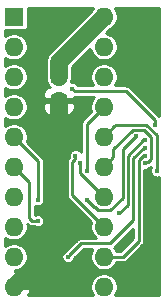
<source format=gbr>
G04 #@! TF.GenerationSoftware,KiCad,Pcbnew,(5.1.5)-3*
G04 #@! TF.CreationDate,2020-06-23T21:54:51-04:00*
G04 #@! TF.ProjectId,dip20tssop573-373,64697032-3074-4737-936f-703537332d33,rev?*
G04 #@! TF.SameCoordinates,Original*
G04 #@! TF.FileFunction,Copper,L2,Bot*
G04 #@! TF.FilePolarity,Positive*
%FSLAX46Y46*%
G04 Gerber Fmt 4.6, Leading zero omitted, Abs format (unit mm)*
G04 Created by KiCad (PCBNEW (5.1.5)-3) date 2020-06-23 21:54:51*
%MOMM*%
%LPD*%
G04 APERTURE LIST*
%ADD10C,0.100000*%
%ADD11R,1.600000X1.600000*%
%ADD12O,1.600000X1.600000*%
%ADD13C,0.400000*%
%ADD14C,0.800000*%
%ADD15C,0.250000*%
%ADD16C,1.500000*%
%ADD17C,0.239000*%
G04 APERTURE END LIST*
G04 #@! TA.AperFunction,SMDPad,CuDef*
D10*
G36*
X110964505Y-75617204D02*
G01*
X110988773Y-75620804D01*
X111012572Y-75626765D01*
X111035671Y-75635030D01*
X111057850Y-75645520D01*
X111078893Y-75658132D01*
X111098599Y-75672747D01*
X111116777Y-75689223D01*
X111133253Y-75707401D01*
X111147868Y-75727107D01*
X111160480Y-75748150D01*
X111170970Y-75770329D01*
X111179235Y-75793428D01*
X111185196Y-75817227D01*
X111188796Y-75841495D01*
X111190000Y-75865999D01*
X111190000Y-76516001D01*
X111188796Y-76540505D01*
X111185196Y-76564773D01*
X111179235Y-76588572D01*
X111170970Y-76611671D01*
X111160480Y-76633850D01*
X111147868Y-76654893D01*
X111133253Y-76674599D01*
X111116777Y-76692777D01*
X111098599Y-76709253D01*
X111078893Y-76723868D01*
X111057850Y-76736480D01*
X111035671Y-76746970D01*
X111012572Y-76755235D01*
X110988773Y-76761196D01*
X110964505Y-76764796D01*
X110940001Y-76766000D01*
X110039999Y-76766000D01*
X110015495Y-76764796D01*
X109991227Y-76761196D01*
X109967428Y-76755235D01*
X109944329Y-76746970D01*
X109922150Y-76736480D01*
X109901107Y-76723868D01*
X109881401Y-76709253D01*
X109863223Y-76692777D01*
X109846747Y-76674599D01*
X109832132Y-76654893D01*
X109819520Y-76633850D01*
X109809030Y-76611671D01*
X109800765Y-76588572D01*
X109794804Y-76564773D01*
X109791204Y-76540505D01*
X109790000Y-76516001D01*
X109790000Y-75865999D01*
X109791204Y-75841495D01*
X109794804Y-75817227D01*
X109800765Y-75793428D01*
X109809030Y-75770329D01*
X109819520Y-75748150D01*
X109832132Y-75727107D01*
X109846747Y-75707401D01*
X109863223Y-75689223D01*
X109881401Y-75672747D01*
X109901107Y-75658132D01*
X109922150Y-75645520D01*
X109944329Y-75635030D01*
X109967428Y-75626765D01*
X109991227Y-75620804D01*
X110015495Y-75617204D01*
X110039999Y-75616000D01*
X110940001Y-75616000D01*
X110964505Y-75617204D01*
G37*
G04 #@! TD.AperFunction*
G04 #@! TA.AperFunction,SMDPad,CuDef*
G36*
X110964505Y-77667204D02*
G01*
X110988773Y-77670804D01*
X111012572Y-77676765D01*
X111035671Y-77685030D01*
X111057850Y-77695520D01*
X111078893Y-77708132D01*
X111098599Y-77722747D01*
X111116777Y-77739223D01*
X111133253Y-77757401D01*
X111147868Y-77777107D01*
X111160480Y-77798150D01*
X111170970Y-77820329D01*
X111179235Y-77843428D01*
X111185196Y-77867227D01*
X111188796Y-77891495D01*
X111190000Y-77915999D01*
X111190000Y-78566001D01*
X111188796Y-78590505D01*
X111185196Y-78614773D01*
X111179235Y-78638572D01*
X111170970Y-78661671D01*
X111160480Y-78683850D01*
X111147868Y-78704893D01*
X111133253Y-78724599D01*
X111116777Y-78742777D01*
X111098599Y-78759253D01*
X111078893Y-78773868D01*
X111057850Y-78786480D01*
X111035671Y-78796970D01*
X111012572Y-78805235D01*
X110988773Y-78811196D01*
X110964505Y-78814796D01*
X110940001Y-78816000D01*
X110039999Y-78816000D01*
X110015495Y-78814796D01*
X109991227Y-78811196D01*
X109967428Y-78805235D01*
X109944329Y-78796970D01*
X109922150Y-78786480D01*
X109901107Y-78773868D01*
X109881401Y-78759253D01*
X109863223Y-78742777D01*
X109846747Y-78724599D01*
X109832132Y-78704893D01*
X109819520Y-78683850D01*
X109809030Y-78661671D01*
X109800765Y-78638572D01*
X109794804Y-78614773D01*
X109791204Y-78590505D01*
X109790000Y-78566001D01*
X109790000Y-77915999D01*
X109791204Y-77891495D01*
X109794804Y-77867227D01*
X109800765Y-77843428D01*
X109809030Y-77820329D01*
X109819520Y-77798150D01*
X109832132Y-77777107D01*
X109846747Y-77757401D01*
X109863223Y-77739223D01*
X109881401Y-77722747D01*
X109901107Y-77708132D01*
X109922150Y-77695520D01*
X109944329Y-77685030D01*
X109967428Y-77676765D01*
X109991227Y-77670804D01*
X110015495Y-77667204D01*
X110039999Y-77666000D01*
X110940001Y-77666000D01*
X110964505Y-77667204D01*
G37*
G04 #@! TD.AperFunction*
D11*
X106680000Y-71120000D03*
D12*
X114300000Y-93980000D03*
X106680000Y-73660000D03*
X114300000Y-91440000D03*
X106680000Y-76200000D03*
X114300000Y-88900000D03*
X106680000Y-78740000D03*
X114300000Y-86360000D03*
X106680000Y-81280000D03*
X114300000Y-83820000D03*
X106680000Y-83820000D03*
X114300000Y-81280000D03*
X106680000Y-86360000D03*
X114300000Y-78740000D03*
X106680000Y-88900000D03*
X114300000Y-76200000D03*
X106680000Y-91440000D03*
X114300000Y-73660000D03*
X106680000Y-93980000D03*
X114300000Y-71120000D03*
D13*
X111633000Y-77216000D03*
X118618000Y-80264000D03*
X117767100Y-82219800D03*
X111252000Y-91440000D03*
X108712000Y-86614000D03*
X116995950Y-81220050D03*
X112839500Y-86614000D03*
X117767100Y-82880200D03*
X117754400Y-81572100D03*
X108712000Y-88392000D03*
X115602801Y-87774999D03*
X111887000Y-82867500D03*
X112268000Y-83527900D03*
X117767100Y-83527900D03*
D14*
X110490000Y-85471000D03*
X110490000Y-71882000D03*
X108712000Y-73914000D03*
X108966000Y-81915000D03*
X116840000Y-74422000D03*
X118237000Y-93980000D03*
X110490000Y-93980000D03*
X110490000Y-89789000D03*
X116306600Y-89928700D03*
X117754400Y-71450200D03*
X108458000Y-79260700D03*
X110490000Y-78778100D03*
D13*
X118770400Y-84175600D03*
X112864900Y-84175600D03*
D15*
X111832999Y-77415999D02*
X116150999Y-77415999D01*
X111633000Y-77216000D02*
X111832999Y-77415999D01*
X116150999Y-77415999D02*
X118618000Y-79883000D01*
X118618000Y-79883000D02*
X118618000Y-80264000D01*
X118618000Y-80264000D02*
X118618000Y-80264000D01*
X112377001Y-90314999D02*
X111451999Y-91240001D01*
X117767100Y-82219800D02*
X117661788Y-82219800D01*
X114840001Y-90314999D02*
X112377001Y-90314999D01*
X111451999Y-91240001D02*
X111252000Y-91440000D01*
X116792089Y-83089499D02*
X116792089Y-88362911D01*
X117661788Y-82219800D02*
X116792089Y-83089499D01*
X116792089Y-88362911D02*
X114840001Y-90314999D01*
X106680000Y-81280000D02*
X108712000Y-83312000D01*
X108712000Y-83312000D02*
X108712000Y-86614000D01*
X108712000Y-86614000D02*
X108712000Y-86614000D01*
X115892069Y-86432933D02*
X114840001Y-87485001D01*
X114840001Y-87485001D02*
X113824801Y-87485001D01*
X116995950Y-81220050D02*
X115892069Y-82323931D01*
X115892069Y-82323931D02*
X115892069Y-86432933D01*
X113824801Y-87485001D02*
X113550700Y-87210900D01*
X113550700Y-87210900D02*
X113436400Y-87210900D01*
X113436400Y-87210900D02*
X112839500Y-86614000D01*
X112839500Y-86614000D02*
X112839500Y-86614000D01*
X117242099Y-83275899D02*
X117242099Y-90076799D01*
X117767100Y-82880200D02*
X117637798Y-82880200D01*
X117637798Y-82880200D02*
X117242099Y-83275899D01*
X115878898Y-91440000D02*
X114300000Y-91440000D01*
X117242099Y-90076799D02*
X115878898Y-91440000D01*
X106680000Y-83820000D02*
X107950000Y-85090000D01*
X107950000Y-85090000D02*
X107950000Y-88138000D01*
X107950000Y-88138000D02*
X108204000Y-88392000D01*
X108204000Y-88392000D02*
X108712000Y-88392000D01*
X108712000Y-88392000D02*
X108712000Y-88392000D01*
X116342079Y-87035721D02*
X115602801Y-87774999D01*
X116342079Y-82867819D02*
X116342079Y-87035721D01*
X117754400Y-81572100D02*
X117637798Y-81572100D01*
X117637798Y-81572100D02*
X116342079Y-82867819D01*
X111633000Y-86233000D02*
X114300000Y-88900000D01*
X111633000Y-83404342D02*
X111633000Y-86233000D01*
X111887000Y-82867500D02*
X111887000Y-83150342D01*
X111887000Y-83150342D02*
X111633000Y-83404342D01*
D16*
X110490000Y-74930000D02*
X114300000Y-71120000D01*
X110490000Y-76191000D02*
X110490000Y-74930000D01*
D15*
X112268000Y-84328000D02*
X114300000Y-86360000D01*
X112268000Y-83527900D02*
X112268000Y-84328000D01*
X115099999Y-82338999D02*
X115099999Y-83020001D01*
X117665641Y-80695049D02*
X116743949Y-80695049D01*
X118292101Y-81321509D02*
X117665641Y-80695049D01*
X115099999Y-83020001D02*
X114300000Y-83820000D01*
X117767100Y-83527900D02*
X117767100Y-83451700D01*
X116743949Y-80695049D02*
X115099999Y-82338999D01*
X117767100Y-83451700D02*
X117813599Y-83405201D01*
X117813599Y-83405201D02*
X118019101Y-83405201D01*
X118019101Y-83405201D02*
X118292101Y-83132201D01*
X118292101Y-83132201D02*
X118292101Y-81321509D01*
D16*
X110490000Y-90170000D02*
X106680000Y-93980000D01*
X110490000Y-78241000D02*
X110490000Y-78778100D01*
X110490000Y-85471000D02*
X110490000Y-89789000D01*
X110490000Y-89789000D02*
X110490000Y-90170000D01*
X110490000Y-78778100D02*
X110490000Y-85471000D01*
D15*
X115334961Y-80245039D02*
X115180601Y-80399399D01*
X115180601Y-80399399D02*
X114300000Y-81280000D01*
X118770400Y-81163398D02*
X117852041Y-80245039D01*
X117852041Y-80245039D02*
X115334961Y-80245039D01*
X118770400Y-84175600D02*
X118770400Y-81163398D01*
X112864900Y-80175100D02*
X114300000Y-78740000D01*
X112864900Y-84175600D02*
X112864900Y-80175100D01*
D17*
G36*
X113273351Y-70571245D02*
G01*
X113267872Y-70584472D01*
X109744679Y-74107667D01*
X109702381Y-74142380D01*
X109647909Y-74208755D01*
X109563857Y-74311172D01*
X109460925Y-74503744D01*
X109443901Y-74559865D01*
X109397540Y-74712696D01*
X109381500Y-74875550D01*
X109381500Y-74875557D01*
X109376138Y-74930000D01*
X109381500Y-74984443D01*
X109381500Y-76245449D01*
X109397540Y-76408303D01*
X109429766Y-76514538D01*
X109429766Y-76516001D01*
X109441491Y-76635052D01*
X109476217Y-76749527D01*
X109532609Y-76855028D01*
X109608499Y-76947501D01*
X109700972Y-77023391D01*
X109733897Y-77040990D01*
X109666989Y-77047580D01*
X109548704Y-77083461D01*
X109439693Y-77141728D01*
X109344144Y-77220144D01*
X109265728Y-77315693D01*
X109207461Y-77424704D01*
X109171580Y-77542989D01*
X109159464Y-77666000D01*
X109162500Y-77949625D01*
X109319375Y-78106500D01*
X110355500Y-78106500D01*
X110355500Y-78086500D01*
X110624500Y-78086500D01*
X110624500Y-78106500D01*
X111660625Y-78106500D01*
X111817500Y-77949625D01*
X111818027Y-77900363D01*
X111832998Y-77901837D01*
X111856737Y-77899499D01*
X113502136Y-77899499D01*
X113400135Y-78001500D01*
X113273351Y-78191245D01*
X113186021Y-78402078D01*
X113141500Y-78625898D01*
X113141500Y-78854102D01*
X113186021Y-79077922D01*
X113213051Y-79143177D01*
X112539803Y-79816425D01*
X112521361Y-79831560D01*
X112506226Y-79850002D01*
X112506221Y-79850007D01*
X112460940Y-79905182D01*
X112416043Y-79989178D01*
X112388397Y-80080318D01*
X112379062Y-80175100D01*
X112381401Y-80198849D01*
X112381400Y-82602149D01*
X112320815Y-82511477D01*
X112243023Y-82433685D01*
X112151549Y-82372564D01*
X112049908Y-82330463D01*
X111942007Y-82309000D01*
X111831993Y-82309000D01*
X111724092Y-82330463D01*
X111622451Y-82372564D01*
X111530977Y-82433685D01*
X111453185Y-82511477D01*
X111392064Y-82602951D01*
X111349963Y-82704592D01*
X111328500Y-82812493D01*
X111328500Y-82922507D01*
X111345516Y-83008054D01*
X111307907Y-83045663D01*
X111289460Y-83060802D01*
X111229040Y-83134424D01*
X111184143Y-83218420D01*
X111156496Y-83309561D01*
X111149500Y-83380594D01*
X111149500Y-83380603D01*
X111147162Y-83404342D01*
X111149500Y-83428081D01*
X111149501Y-86209251D01*
X111147162Y-86233000D01*
X111156497Y-86327782D01*
X111184143Y-86418922D01*
X111229040Y-86502918D01*
X111274321Y-86558093D01*
X111274326Y-86558098D01*
X111289461Y-86576540D01*
X111307903Y-86591675D01*
X113213051Y-88496823D01*
X113186021Y-88562078D01*
X113141500Y-88785898D01*
X113141500Y-89014102D01*
X113186021Y-89237922D01*
X113273351Y-89448755D01*
X113400135Y-89638500D01*
X113561500Y-89799865D01*
X113608843Y-89831499D01*
X112400739Y-89831499D01*
X112377000Y-89829161D01*
X112353261Y-89831499D01*
X112353252Y-89831499D01*
X112282219Y-89838495D01*
X112191078Y-89866142D01*
X112107083Y-89911039D01*
X112033461Y-89971459D01*
X112018322Y-89989906D01*
X111109281Y-90898947D01*
X111089092Y-90902963D01*
X110987451Y-90945064D01*
X110895977Y-91006185D01*
X110818185Y-91083977D01*
X110757064Y-91175451D01*
X110714963Y-91277092D01*
X110693500Y-91384993D01*
X110693500Y-91495007D01*
X110714963Y-91602908D01*
X110757064Y-91704549D01*
X110818185Y-91796023D01*
X110895977Y-91873815D01*
X110987451Y-91934936D01*
X111089092Y-91977037D01*
X111196993Y-91998500D01*
X111307007Y-91998500D01*
X111414908Y-91977037D01*
X111516549Y-91934936D01*
X111608023Y-91873815D01*
X111685815Y-91796023D01*
X111746936Y-91704549D01*
X111789037Y-91602908D01*
X111793053Y-91582719D01*
X112577273Y-90798499D01*
X113335322Y-90798499D01*
X113273351Y-90891245D01*
X113186021Y-91102078D01*
X113141500Y-91325898D01*
X113141500Y-91554102D01*
X113186021Y-91777922D01*
X113273351Y-91988755D01*
X113400135Y-92178500D01*
X113561500Y-92339865D01*
X113751245Y-92466649D01*
X113962078Y-92553979D01*
X114185898Y-92598500D01*
X114414102Y-92598500D01*
X114637922Y-92553979D01*
X114848755Y-92466649D01*
X115038500Y-92339865D01*
X115199865Y-92178500D01*
X115326649Y-91988755D01*
X115353679Y-91923500D01*
X115855159Y-91923500D01*
X115878898Y-91925838D01*
X115902637Y-91923500D01*
X115902647Y-91923500D01*
X115973680Y-91916504D01*
X116064821Y-91888857D01*
X116148816Y-91843960D01*
X116222438Y-91783540D01*
X116237577Y-91765093D01*
X117567192Y-90435478D01*
X117585639Y-90420339D01*
X117646059Y-90346717D01*
X117690956Y-90262722D01*
X117718603Y-90171581D01*
X117725599Y-90100548D01*
X117725599Y-90100539D01*
X117727937Y-90076800D01*
X117725599Y-90053061D01*
X117725599Y-84086400D01*
X117822107Y-84086400D01*
X117930008Y-84064937D01*
X118031649Y-84022836D01*
X118123123Y-83961715D01*
X118200915Y-83883923D01*
X118229674Y-83840882D01*
X118286900Y-83810294D01*
X118286900Y-83893936D01*
X118275464Y-83911051D01*
X118233363Y-84012692D01*
X118211900Y-84120593D01*
X118211900Y-84230607D01*
X118233363Y-84338508D01*
X118275464Y-84440149D01*
X118336585Y-84531623D01*
X118414377Y-84609415D01*
X118505851Y-84670536D01*
X118607492Y-84712637D01*
X118715393Y-84734100D01*
X118825407Y-84734100D01*
X118933308Y-84712637D01*
X118961500Y-84700959D01*
X118961500Y-94704500D01*
X115209220Y-94704500D01*
X115326649Y-94528755D01*
X115413979Y-94317922D01*
X115458500Y-94094102D01*
X115458500Y-93865898D01*
X115413979Y-93642078D01*
X115326649Y-93431245D01*
X115199865Y-93241500D01*
X115038500Y-93080135D01*
X114848755Y-92953351D01*
X114637922Y-92866021D01*
X114414102Y-92821500D01*
X114185898Y-92821500D01*
X113962078Y-92866021D01*
X113751245Y-92953351D01*
X113561500Y-93080135D01*
X113400135Y-93241500D01*
X113273351Y-93431245D01*
X113186021Y-93642078D01*
X113141500Y-93865898D01*
X113141500Y-94094102D01*
X113186021Y-94317922D01*
X113273351Y-94528755D01*
X113390780Y-94704500D01*
X107909738Y-94704500D01*
X108026922Y-94452836D01*
X108062613Y-94335161D01*
X107943486Y-94114500D01*
X106814500Y-94114500D01*
X106814500Y-94134500D01*
X106545500Y-94134500D01*
X106545500Y-94114500D01*
X106525500Y-94114500D01*
X106525500Y-93845500D01*
X106545500Y-93845500D01*
X106545500Y-93825500D01*
X106814500Y-93825500D01*
X106814500Y-93845500D01*
X107943486Y-93845500D01*
X108062613Y-93624839D01*
X108026922Y-93507164D01*
X107908796Y-93253478D01*
X107743448Y-93027712D01*
X107537232Y-92838542D01*
X107298073Y-92693237D01*
X107035162Y-92597382D01*
X106814502Y-92715719D01*
X106814502Y-92594442D01*
X107017922Y-92553979D01*
X107228755Y-92466649D01*
X107418500Y-92339865D01*
X107579865Y-92178500D01*
X107706649Y-91988755D01*
X107793979Y-91777922D01*
X107838500Y-91554102D01*
X107838500Y-91325898D01*
X107793979Y-91102078D01*
X107706649Y-90891245D01*
X107579865Y-90701500D01*
X107418500Y-90540135D01*
X107228755Y-90413351D01*
X107017922Y-90326021D01*
X106794102Y-90281500D01*
X106565898Y-90281500D01*
X106342078Y-90326021D01*
X106131245Y-90413351D01*
X105955500Y-90530780D01*
X105955500Y-89809220D01*
X106131245Y-89926649D01*
X106342078Y-90013979D01*
X106565898Y-90058500D01*
X106794102Y-90058500D01*
X107017922Y-90013979D01*
X107228755Y-89926649D01*
X107418500Y-89799865D01*
X107579865Y-89638500D01*
X107706649Y-89448755D01*
X107793979Y-89237922D01*
X107838500Y-89014102D01*
X107838500Y-88785898D01*
X107819722Y-88691494D01*
X107845321Y-88717093D01*
X107860460Y-88735540D01*
X107934082Y-88795960D01*
X108018077Y-88840857D01*
X108109218Y-88868504D01*
X108180251Y-88875500D01*
X108180260Y-88875500D01*
X108203999Y-88877838D01*
X108227738Y-88875500D01*
X108430336Y-88875500D01*
X108447451Y-88886936D01*
X108549092Y-88929037D01*
X108656993Y-88950500D01*
X108767007Y-88950500D01*
X108874908Y-88929037D01*
X108976549Y-88886936D01*
X109068023Y-88825815D01*
X109145815Y-88748023D01*
X109206936Y-88656549D01*
X109249037Y-88554908D01*
X109270500Y-88447007D01*
X109270500Y-88336993D01*
X109249037Y-88229092D01*
X109206936Y-88127451D01*
X109145815Y-88035977D01*
X109068023Y-87958185D01*
X108976549Y-87897064D01*
X108874908Y-87854963D01*
X108767007Y-87833500D01*
X108656993Y-87833500D01*
X108549092Y-87854963D01*
X108447451Y-87897064D01*
X108433500Y-87906386D01*
X108433500Y-87099614D01*
X108447451Y-87108936D01*
X108549092Y-87151037D01*
X108656993Y-87172500D01*
X108767007Y-87172500D01*
X108874908Y-87151037D01*
X108976549Y-87108936D01*
X109068023Y-87047815D01*
X109145815Y-86970023D01*
X109206936Y-86878549D01*
X109249037Y-86776908D01*
X109270500Y-86669007D01*
X109270500Y-86558993D01*
X109249037Y-86451092D01*
X109206936Y-86349451D01*
X109195500Y-86332336D01*
X109195500Y-83335739D01*
X109197838Y-83312000D01*
X109195500Y-83288261D01*
X109195500Y-83288251D01*
X109188504Y-83217218D01*
X109160857Y-83126077D01*
X109141561Y-83089977D01*
X109115960Y-83042081D01*
X109070679Y-82986906D01*
X109070675Y-82986902D01*
X109055540Y-82968460D01*
X109037098Y-82953325D01*
X107766949Y-81683177D01*
X107793979Y-81617922D01*
X107838500Y-81394102D01*
X107838500Y-81165898D01*
X107793979Y-80942078D01*
X107706649Y-80731245D01*
X107579865Y-80541500D01*
X107418500Y-80380135D01*
X107228755Y-80253351D01*
X107017922Y-80166021D01*
X106794102Y-80121500D01*
X106565898Y-80121500D01*
X106342078Y-80166021D01*
X106131245Y-80253351D01*
X105955500Y-80370780D01*
X105955500Y-79649220D01*
X106131245Y-79766649D01*
X106342078Y-79853979D01*
X106565898Y-79898500D01*
X106794102Y-79898500D01*
X107017922Y-79853979D01*
X107228755Y-79766649D01*
X107418500Y-79639865D01*
X107579865Y-79478500D01*
X107706649Y-79288755D01*
X107793979Y-79077922D01*
X107838500Y-78854102D01*
X107838500Y-78816000D01*
X109159464Y-78816000D01*
X109171580Y-78939011D01*
X109207461Y-79057296D01*
X109265728Y-79166307D01*
X109344144Y-79261856D01*
X109439693Y-79340272D01*
X109548704Y-79398539D01*
X109666989Y-79434420D01*
X109790000Y-79446536D01*
X110198625Y-79443500D01*
X110355500Y-79286625D01*
X110355500Y-78375500D01*
X110624500Y-78375500D01*
X110624500Y-79286625D01*
X110781375Y-79443500D01*
X111190000Y-79446536D01*
X111313011Y-79434420D01*
X111431296Y-79398539D01*
X111540307Y-79340272D01*
X111635856Y-79261856D01*
X111714272Y-79166307D01*
X111772539Y-79057296D01*
X111808420Y-78939011D01*
X111820536Y-78816000D01*
X111817500Y-78532375D01*
X111660625Y-78375500D01*
X110624500Y-78375500D01*
X110355500Y-78375500D01*
X109319375Y-78375500D01*
X109162500Y-78532375D01*
X109159464Y-78816000D01*
X107838500Y-78816000D01*
X107838500Y-78625898D01*
X107793979Y-78402078D01*
X107706649Y-78191245D01*
X107579865Y-78001500D01*
X107418500Y-77840135D01*
X107228755Y-77713351D01*
X107017922Y-77626021D01*
X106794102Y-77581500D01*
X106565898Y-77581500D01*
X106342078Y-77626021D01*
X106131245Y-77713351D01*
X105955500Y-77830780D01*
X105955500Y-77109220D01*
X106131245Y-77226649D01*
X106342078Y-77313979D01*
X106565898Y-77358500D01*
X106794102Y-77358500D01*
X107017922Y-77313979D01*
X107228755Y-77226649D01*
X107418500Y-77099865D01*
X107579865Y-76938500D01*
X107706649Y-76748755D01*
X107793979Y-76537922D01*
X107838500Y-76314102D01*
X107838500Y-76085898D01*
X107793979Y-75862078D01*
X107706649Y-75651245D01*
X107579865Y-75461500D01*
X107418500Y-75300135D01*
X107228755Y-75173351D01*
X107017922Y-75086021D01*
X106794102Y-75041500D01*
X106565898Y-75041500D01*
X106342078Y-75086021D01*
X106131245Y-75173351D01*
X105955500Y-75290780D01*
X105955500Y-74569220D01*
X106131245Y-74686649D01*
X106342078Y-74773979D01*
X106565898Y-74818500D01*
X106794102Y-74818500D01*
X107017922Y-74773979D01*
X107228755Y-74686649D01*
X107418500Y-74559865D01*
X107579865Y-74398500D01*
X107706649Y-74208755D01*
X107793979Y-73997922D01*
X107838500Y-73774102D01*
X107838500Y-73545898D01*
X107793979Y-73322078D01*
X107706649Y-73111245D01*
X107579865Y-72921500D01*
X107418500Y-72760135D01*
X107228755Y-72633351D01*
X107017922Y-72546021D01*
X106794102Y-72501500D01*
X106565898Y-72501500D01*
X106342078Y-72546021D01*
X106131245Y-72633351D01*
X105955500Y-72750780D01*
X105955500Y-72280234D01*
X107480000Y-72280234D01*
X107550278Y-72273312D01*
X107617856Y-72252813D01*
X107680135Y-72219524D01*
X107734724Y-72174724D01*
X107779524Y-72120135D01*
X107812813Y-72057856D01*
X107833312Y-71990278D01*
X107840234Y-71920000D01*
X107840234Y-70395500D01*
X113390780Y-70395500D01*
X113273351Y-70571245D01*
G37*
X113273351Y-70571245D02*
X113267872Y-70584472D01*
X109744679Y-74107667D01*
X109702381Y-74142380D01*
X109647909Y-74208755D01*
X109563857Y-74311172D01*
X109460925Y-74503744D01*
X109443901Y-74559865D01*
X109397540Y-74712696D01*
X109381500Y-74875550D01*
X109381500Y-74875557D01*
X109376138Y-74930000D01*
X109381500Y-74984443D01*
X109381500Y-76245449D01*
X109397540Y-76408303D01*
X109429766Y-76514538D01*
X109429766Y-76516001D01*
X109441491Y-76635052D01*
X109476217Y-76749527D01*
X109532609Y-76855028D01*
X109608499Y-76947501D01*
X109700972Y-77023391D01*
X109733897Y-77040990D01*
X109666989Y-77047580D01*
X109548704Y-77083461D01*
X109439693Y-77141728D01*
X109344144Y-77220144D01*
X109265728Y-77315693D01*
X109207461Y-77424704D01*
X109171580Y-77542989D01*
X109159464Y-77666000D01*
X109162500Y-77949625D01*
X109319375Y-78106500D01*
X110355500Y-78106500D01*
X110355500Y-78086500D01*
X110624500Y-78086500D01*
X110624500Y-78106500D01*
X111660625Y-78106500D01*
X111817500Y-77949625D01*
X111818027Y-77900363D01*
X111832998Y-77901837D01*
X111856737Y-77899499D01*
X113502136Y-77899499D01*
X113400135Y-78001500D01*
X113273351Y-78191245D01*
X113186021Y-78402078D01*
X113141500Y-78625898D01*
X113141500Y-78854102D01*
X113186021Y-79077922D01*
X113213051Y-79143177D01*
X112539803Y-79816425D01*
X112521361Y-79831560D01*
X112506226Y-79850002D01*
X112506221Y-79850007D01*
X112460940Y-79905182D01*
X112416043Y-79989178D01*
X112388397Y-80080318D01*
X112379062Y-80175100D01*
X112381401Y-80198849D01*
X112381400Y-82602149D01*
X112320815Y-82511477D01*
X112243023Y-82433685D01*
X112151549Y-82372564D01*
X112049908Y-82330463D01*
X111942007Y-82309000D01*
X111831993Y-82309000D01*
X111724092Y-82330463D01*
X111622451Y-82372564D01*
X111530977Y-82433685D01*
X111453185Y-82511477D01*
X111392064Y-82602951D01*
X111349963Y-82704592D01*
X111328500Y-82812493D01*
X111328500Y-82922507D01*
X111345516Y-83008054D01*
X111307907Y-83045663D01*
X111289460Y-83060802D01*
X111229040Y-83134424D01*
X111184143Y-83218420D01*
X111156496Y-83309561D01*
X111149500Y-83380594D01*
X111149500Y-83380603D01*
X111147162Y-83404342D01*
X111149500Y-83428081D01*
X111149501Y-86209251D01*
X111147162Y-86233000D01*
X111156497Y-86327782D01*
X111184143Y-86418922D01*
X111229040Y-86502918D01*
X111274321Y-86558093D01*
X111274326Y-86558098D01*
X111289461Y-86576540D01*
X111307903Y-86591675D01*
X113213051Y-88496823D01*
X113186021Y-88562078D01*
X113141500Y-88785898D01*
X113141500Y-89014102D01*
X113186021Y-89237922D01*
X113273351Y-89448755D01*
X113400135Y-89638500D01*
X113561500Y-89799865D01*
X113608843Y-89831499D01*
X112400739Y-89831499D01*
X112377000Y-89829161D01*
X112353261Y-89831499D01*
X112353252Y-89831499D01*
X112282219Y-89838495D01*
X112191078Y-89866142D01*
X112107083Y-89911039D01*
X112033461Y-89971459D01*
X112018322Y-89989906D01*
X111109281Y-90898947D01*
X111089092Y-90902963D01*
X110987451Y-90945064D01*
X110895977Y-91006185D01*
X110818185Y-91083977D01*
X110757064Y-91175451D01*
X110714963Y-91277092D01*
X110693500Y-91384993D01*
X110693500Y-91495007D01*
X110714963Y-91602908D01*
X110757064Y-91704549D01*
X110818185Y-91796023D01*
X110895977Y-91873815D01*
X110987451Y-91934936D01*
X111089092Y-91977037D01*
X111196993Y-91998500D01*
X111307007Y-91998500D01*
X111414908Y-91977037D01*
X111516549Y-91934936D01*
X111608023Y-91873815D01*
X111685815Y-91796023D01*
X111746936Y-91704549D01*
X111789037Y-91602908D01*
X111793053Y-91582719D01*
X112577273Y-90798499D01*
X113335322Y-90798499D01*
X113273351Y-90891245D01*
X113186021Y-91102078D01*
X113141500Y-91325898D01*
X113141500Y-91554102D01*
X113186021Y-91777922D01*
X113273351Y-91988755D01*
X113400135Y-92178500D01*
X113561500Y-92339865D01*
X113751245Y-92466649D01*
X113962078Y-92553979D01*
X114185898Y-92598500D01*
X114414102Y-92598500D01*
X114637922Y-92553979D01*
X114848755Y-92466649D01*
X115038500Y-92339865D01*
X115199865Y-92178500D01*
X115326649Y-91988755D01*
X115353679Y-91923500D01*
X115855159Y-91923500D01*
X115878898Y-91925838D01*
X115902637Y-91923500D01*
X115902647Y-91923500D01*
X115973680Y-91916504D01*
X116064821Y-91888857D01*
X116148816Y-91843960D01*
X116222438Y-91783540D01*
X116237577Y-91765093D01*
X117567192Y-90435478D01*
X117585639Y-90420339D01*
X117646059Y-90346717D01*
X117690956Y-90262722D01*
X117718603Y-90171581D01*
X117725599Y-90100548D01*
X117725599Y-90100539D01*
X117727937Y-90076800D01*
X117725599Y-90053061D01*
X117725599Y-84086400D01*
X117822107Y-84086400D01*
X117930008Y-84064937D01*
X118031649Y-84022836D01*
X118123123Y-83961715D01*
X118200915Y-83883923D01*
X118229674Y-83840882D01*
X118286900Y-83810294D01*
X118286900Y-83893936D01*
X118275464Y-83911051D01*
X118233363Y-84012692D01*
X118211900Y-84120593D01*
X118211900Y-84230607D01*
X118233363Y-84338508D01*
X118275464Y-84440149D01*
X118336585Y-84531623D01*
X118414377Y-84609415D01*
X118505851Y-84670536D01*
X118607492Y-84712637D01*
X118715393Y-84734100D01*
X118825407Y-84734100D01*
X118933308Y-84712637D01*
X118961500Y-84700959D01*
X118961500Y-94704500D01*
X115209220Y-94704500D01*
X115326649Y-94528755D01*
X115413979Y-94317922D01*
X115458500Y-94094102D01*
X115458500Y-93865898D01*
X115413979Y-93642078D01*
X115326649Y-93431245D01*
X115199865Y-93241500D01*
X115038500Y-93080135D01*
X114848755Y-92953351D01*
X114637922Y-92866021D01*
X114414102Y-92821500D01*
X114185898Y-92821500D01*
X113962078Y-92866021D01*
X113751245Y-92953351D01*
X113561500Y-93080135D01*
X113400135Y-93241500D01*
X113273351Y-93431245D01*
X113186021Y-93642078D01*
X113141500Y-93865898D01*
X113141500Y-94094102D01*
X113186021Y-94317922D01*
X113273351Y-94528755D01*
X113390780Y-94704500D01*
X107909738Y-94704500D01*
X108026922Y-94452836D01*
X108062613Y-94335161D01*
X107943486Y-94114500D01*
X106814500Y-94114500D01*
X106814500Y-94134500D01*
X106545500Y-94134500D01*
X106545500Y-94114500D01*
X106525500Y-94114500D01*
X106525500Y-93845500D01*
X106545500Y-93845500D01*
X106545500Y-93825500D01*
X106814500Y-93825500D01*
X106814500Y-93845500D01*
X107943486Y-93845500D01*
X108062613Y-93624839D01*
X108026922Y-93507164D01*
X107908796Y-93253478D01*
X107743448Y-93027712D01*
X107537232Y-92838542D01*
X107298073Y-92693237D01*
X107035162Y-92597382D01*
X106814502Y-92715719D01*
X106814502Y-92594442D01*
X107017922Y-92553979D01*
X107228755Y-92466649D01*
X107418500Y-92339865D01*
X107579865Y-92178500D01*
X107706649Y-91988755D01*
X107793979Y-91777922D01*
X107838500Y-91554102D01*
X107838500Y-91325898D01*
X107793979Y-91102078D01*
X107706649Y-90891245D01*
X107579865Y-90701500D01*
X107418500Y-90540135D01*
X107228755Y-90413351D01*
X107017922Y-90326021D01*
X106794102Y-90281500D01*
X106565898Y-90281500D01*
X106342078Y-90326021D01*
X106131245Y-90413351D01*
X105955500Y-90530780D01*
X105955500Y-89809220D01*
X106131245Y-89926649D01*
X106342078Y-90013979D01*
X106565898Y-90058500D01*
X106794102Y-90058500D01*
X107017922Y-90013979D01*
X107228755Y-89926649D01*
X107418500Y-89799865D01*
X107579865Y-89638500D01*
X107706649Y-89448755D01*
X107793979Y-89237922D01*
X107838500Y-89014102D01*
X107838500Y-88785898D01*
X107819722Y-88691494D01*
X107845321Y-88717093D01*
X107860460Y-88735540D01*
X107934082Y-88795960D01*
X108018077Y-88840857D01*
X108109218Y-88868504D01*
X108180251Y-88875500D01*
X108180260Y-88875500D01*
X108203999Y-88877838D01*
X108227738Y-88875500D01*
X108430336Y-88875500D01*
X108447451Y-88886936D01*
X108549092Y-88929037D01*
X108656993Y-88950500D01*
X108767007Y-88950500D01*
X108874908Y-88929037D01*
X108976549Y-88886936D01*
X109068023Y-88825815D01*
X109145815Y-88748023D01*
X109206936Y-88656549D01*
X109249037Y-88554908D01*
X109270500Y-88447007D01*
X109270500Y-88336993D01*
X109249037Y-88229092D01*
X109206936Y-88127451D01*
X109145815Y-88035977D01*
X109068023Y-87958185D01*
X108976549Y-87897064D01*
X108874908Y-87854963D01*
X108767007Y-87833500D01*
X108656993Y-87833500D01*
X108549092Y-87854963D01*
X108447451Y-87897064D01*
X108433500Y-87906386D01*
X108433500Y-87099614D01*
X108447451Y-87108936D01*
X108549092Y-87151037D01*
X108656993Y-87172500D01*
X108767007Y-87172500D01*
X108874908Y-87151037D01*
X108976549Y-87108936D01*
X109068023Y-87047815D01*
X109145815Y-86970023D01*
X109206936Y-86878549D01*
X109249037Y-86776908D01*
X109270500Y-86669007D01*
X109270500Y-86558993D01*
X109249037Y-86451092D01*
X109206936Y-86349451D01*
X109195500Y-86332336D01*
X109195500Y-83335739D01*
X109197838Y-83312000D01*
X109195500Y-83288261D01*
X109195500Y-83288251D01*
X109188504Y-83217218D01*
X109160857Y-83126077D01*
X109141561Y-83089977D01*
X109115960Y-83042081D01*
X109070679Y-82986906D01*
X109070675Y-82986902D01*
X109055540Y-82968460D01*
X109037098Y-82953325D01*
X107766949Y-81683177D01*
X107793979Y-81617922D01*
X107838500Y-81394102D01*
X107838500Y-81165898D01*
X107793979Y-80942078D01*
X107706649Y-80731245D01*
X107579865Y-80541500D01*
X107418500Y-80380135D01*
X107228755Y-80253351D01*
X107017922Y-80166021D01*
X106794102Y-80121500D01*
X106565898Y-80121500D01*
X106342078Y-80166021D01*
X106131245Y-80253351D01*
X105955500Y-80370780D01*
X105955500Y-79649220D01*
X106131245Y-79766649D01*
X106342078Y-79853979D01*
X106565898Y-79898500D01*
X106794102Y-79898500D01*
X107017922Y-79853979D01*
X107228755Y-79766649D01*
X107418500Y-79639865D01*
X107579865Y-79478500D01*
X107706649Y-79288755D01*
X107793979Y-79077922D01*
X107838500Y-78854102D01*
X107838500Y-78816000D01*
X109159464Y-78816000D01*
X109171580Y-78939011D01*
X109207461Y-79057296D01*
X109265728Y-79166307D01*
X109344144Y-79261856D01*
X109439693Y-79340272D01*
X109548704Y-79398539D01*
X109666989Y-79434420D01*
X109790000Y-79446536D01*
X110198625Y-79443500D01*
X110355500Y-79286625D01*
X110355500Y-78375500D01*
X110624500Y-78375500D01*
X110624500Y-79286625D01*
X110781375Y-79443500D01*
X111190000Y-79446536D01*
X111313011Y-79434420D01*
X111431296Y-79398539D01*
X111540307Y-79340272D01*
X111635856Y-79261856D01*
X111714272Y-79166307D01*
X111772539Y-79057296D01*
X111808420Y-78939011D01*
X111820536Y-78816000D01*
X111817500Y-78532375D01*
X111660625Y-78375500D01*
X110624500Y-78375500D01*
X110355500Y-78375500D01*
X109319375Y-78375500D01*
X109162500Y-78532375D01*
X109159464Y-78816000D01*
X107838500Y-78816000D01*
X107838500Y-78625898D01*
X107793979Y-78402078D01*
X107706649Y-78191245D01*
X107579865Y-78001500D01*
X107418500Y-77840135D01*
X107228755Y-77713351D01*
X107017922Y-77626021D01*
X106794102Y-77581500D01*
X106565898Y-77581500D01*
X106342078Y-77626021D01*
X106131245Y-77713351D01*
X105955500Y-77830780D01*
X105955500Y-77109220D01*
X106131245Y-77226649D01*
X106342078Y-77313979D01*
X106565898Y-77358500D01*
X106794102Y-77358500D01*
X107017922Y-77313979D01*
X107228755Y-77226649D01*
X107418500Y-77099865D01*
X107579865Y-76938500D01*
X107706649Y-76748755D01*
X107793979Y-76537922D01*
X107838500Y-76314102D01*
X107838500Y-76085898D01*
X107793979Y-75862078D01*
X107706649Y-75651245D01*
X107579865Y-75461500D01*
X107418500Y-75300135D01*
X107228755Y-75173351D01*
X107017922Y-75086021D01*
X106794102Y-75041500D01*
X106565898Y-75041500D01*
X106342078Y-75086021D01*
X106131245Y-75173351D01*
X105955500Y-75290780D01*
X105955500Y-74569220D01*
X106131245Y-74686649D01*
X106342078Y-74773979D01*
X106565898Y-74818500D01*
X106794102Y-74818500D01*
X107017922Y-74773979D01*
X107228755Y-74686649D01*
X107418500Y-74559865D01*
X107579865Y-74398500D01*
X107706649Y-74208755D01*
X107793979Y-73997922D01*
X107838500Y-73774102D01*
X107838500Y-73545898D01*
X107793979Y-73322078D01*
X107706649Y-73111245D01*
X107579865Y-72921500D01*
X107418500Y-72760135D01*
X107228755Y-72633351D01*
X107017922Y-72546021D01*
X106794102Y-72501500D01*
X106565898Y-72501500D01*
X106342078Y-72546021D01*
X106131245Y-72633351D01*
X105955500Y-72750780D01*
X105955500Y-72280234D01*
X107480000Y-72280234D01*
X107550278Y-72273312D01*
X107617856Y-72252813D01*
X107680135Y-72219524D01*
X107734724Y-72174724D01*
X107779524Y-72120135D01*
X107812813Y-72057856D01*
X107833312Y-71990278D01*
X107840234Y-71920000D01*
X107840234Y-70395500D01*
X113390780Y-70395500D01*
X113273351Y-70571245D01*
G36*
X116758600Y-89876526D02*
G01*
X115678626Y-90956500D01*
X115353679Y-90956500D01*
X115326649Y-90891245D01*
X115199865Y-90701500D01*
X115168911Y-90670546D01*
X115183541Y-90658539D01*
X115198680Y-90640092D01*
X116758600Y-89080172D01*
X116758600Y-89876526D01*
G37*
X116758600Y-89876526D02*
X115678626Y-90956500D01*
X115353679Y-90956500D01*
X115326649Y-90891245D01*
X115199865Y-90701500D01*
X115168911Y-90670546D01*
X115183541Y-90658539D01*
X115198680Y-90640092D01*
X116758600Y-89080172D01*
X116758600Y-89876526D01*
G36*
X118961501Y-79539428D02*
G01*
X118943098Y-79524325D01*
X116509678Y-77090906D01*
X116494539Y-77072459D01*
X116420917Y-77012039D01*
X116336922Y-76967142D01*
X116245781Y-76939495D01*
X116174748Y-76932499D01*
X116174738Y-76932499D01*
X116150999Y-76930161D01*
X116127260Y-76932499D01*
X115203875Y-76932499D01*
X115326649Y-76748755D01*
X115413979Y-76537922D01*
X115458500Y-76314102D01*
X115458500Y-76085898D01*
X115413979Y-75862078D01*
X115326649Y-75651245D01*
X115199865Y-75461500D01*
X115038500Y-75300135D01*
X114848755Y-75173351D01*
X114637922Y-75086021D01*
X114414102Y-75041500D01*
X114185898Y-75041500D01*
X113962078Y-75086021D01*
X113751245Y-75173351D01*
X113561500Y-75300135D01*
X113400135Y-75461500D01*
X113273351Y-75651245D01*
X113186021Y-75862078D01*
X113141500Y-76085898D01*
X113141500Y-76314102D01*
X113186021Y-76537922D01*
X113273351Y-76748755D01*
X113396125Y-76932499D01*
X112115273Y-76932499D01*
X112066815Y-76859977D01*
X111989023Y-76782185D01*
X111897549Y-76721064D01*
X111795908Y-76678963D01*
X111688007Y-76657500D01*
X111577993Y-76657500D01*
X111528727Y-76667300D01*
X111538509Y-76635052D01*
X111550234Y-76516001D01*
X111550234Y-76514539D01*
X111582460Y-76408304D01*
X111598500Y-76245450D01*
X111598500Y-75389154D01*
X113153454Y-73834201D01*
X113186021Y-73997922D01*
X113273351Y-74208755D01*
X113400135Y-74398500D01*
X113561500Y-74559865D01*
X113751245Y-74686649D01*
X113962078Y-74773979D01*
X114185898Y-74818500D01*
X114414102Y-74818500D01*
X114637922Y-74773979D01*
X114848755Y-74686649D01*
X115038500Y-74559865D01*
X115199865Y-74398500D01*
X115326649Y-74208755D01*
X115413979Y-73997922D01*
X115458500Y-73774102D01*
X115458500Y-73545898D01*
X115413979Y-73322078D01*
X115326649Y-73111245D01*
X115199865Y-72921500D01*
X115038500Y-72760135D01*
X114848755Y-72633351D01*
X114637922Y-72546021D01*
X114474201Y-72513455D01*
X114835528Y-72152128D01*
X114848755Y-72146649D01*
X115038500Y-72019865D01*
X115199865Y-71858500D01*
X115326649Y-71668755D01*
X115413979Y-71457922D01*
X115458500Y-71234102D01*
X115458500Y-71005898D01*
X115413979Y-70782078D01*
X115326649Y-70571245D01*
X115209220Y-70395500D01*
X118961501Y-70395500D01*
X118961501Y-79539428D01*
G37*
X118961501Y-79539428D02*
X118943098Y-79524325D01*
X116509678Y-77090906D01*
X116494539Y-77072459D01*
X116420917Y-77012039D01*
X116336922Y-76967142D01*
X116245781Y-76939495D01*
X116174748Y-76932499D01*
X116174738Y-76932499D01*
X116150999Y-76930161D01*
X116127260Y-76932499D01*
X115203875Y-76932499D01*
X115326649Y-76748755D01*
X115413979Y-76537922D01*
X115458500Y-76314102D01*
X115458500Y-76085898D01*
X115413979Y-75862078D01*
X115326649Y-75651245D01*
X115199865Y-75461500D01*
X115038500Y-75300135D01*
X114848755Y-75173351D01*
X114637922Y-75086021D01*
X114414102Y-75041500D01*
X114185898Y-75041500D01*
X113962078Y-75086021D01*
X113751245Y-75173351D01*
X113561500Y-75300135D01*
X113400135Y-75461500D01*
X113273351Y-75651245D01*
X113186021Y-75862078D01*
X113141500Y-76085898D01*
X113141500Y-76314102D01*
X113186021Y-76537922D01*
X113273351Y-76748755D01*
X113396125Y-76932499D01*
X112115273Y-76932499D01*
X112066815Y-76859977D01*
X111989023Y-76782185D01*
X111897549Y-76721064D01*
X111795908Y-76678963D01*
X111688007Y-76657500D01*
X111577993Y-76657500D01*
X111528727Y-76667300D01*
X111538509Y-76635052D01*
X111550234Y-76516001D01*
X111550234Y-76514539D01*
X111582460Y-76408304D01*
X111598500Y-76245450D01*
X111598500Y-75389154D01*
X113153454Y-73834201D01*
X113186021Y-73997922D01*
X113273351Y-74208755D01*
X113400135Y-74398500D01*
X113561500Y-74559865D01*
X113751245Y-74686649D01*
X113962078Y-74773979D01*
X114185898Y-74818500D01*
X114414102Y-74818500D01*
X114637922Y-74773979D01*
X114848755Y-74686649D01*
X115038500Y-74559865D01*
X115199865Y-74398500D01*
X115326649Y-74208755D01*
X115413979Y-73997922D01*
X115458500Y-73774102D01*
X115458500Y-73545898D01*
X115413979Y-73322078D01*
X115326649Y-73111245D01*
X115199865Y-72921500D01*
X115038500Y-72760135D01*
X114848755Y-72633351D01*
X114637922Y-72546021D01*
X114474201Y-72513455D01*
X114835528Y-72152128D01*
X114848755Y-72146649D01*
X115038500Y-72019865D01*
X115199865Y-71858500D01*
X115326649Y-71668755D01*
X115413979Y-71457922D01*
X115458500Y-71234102D01*
X115458500Y-71005898D01*
X115413979Y-70782078D01*
X115326649Y-70571245D01*
X115209220Y-70395500D01*
X118961501Y-70395500D01*
X118961501Y-79539428D01*
M02*

</source>
